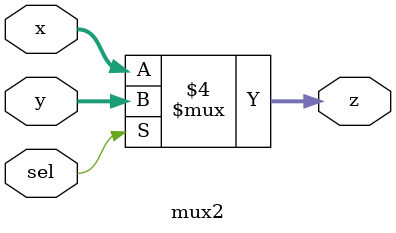
<source format=v>
`timescale 1ns / 1ps


module mux2(x,y, sel,z);
input[4:0]x,y;
input sel;
output reg [4:0] z;
always@(*)
begin
if(sel==0)
z=x;
else
z=y;
end


endmodule

</source>
